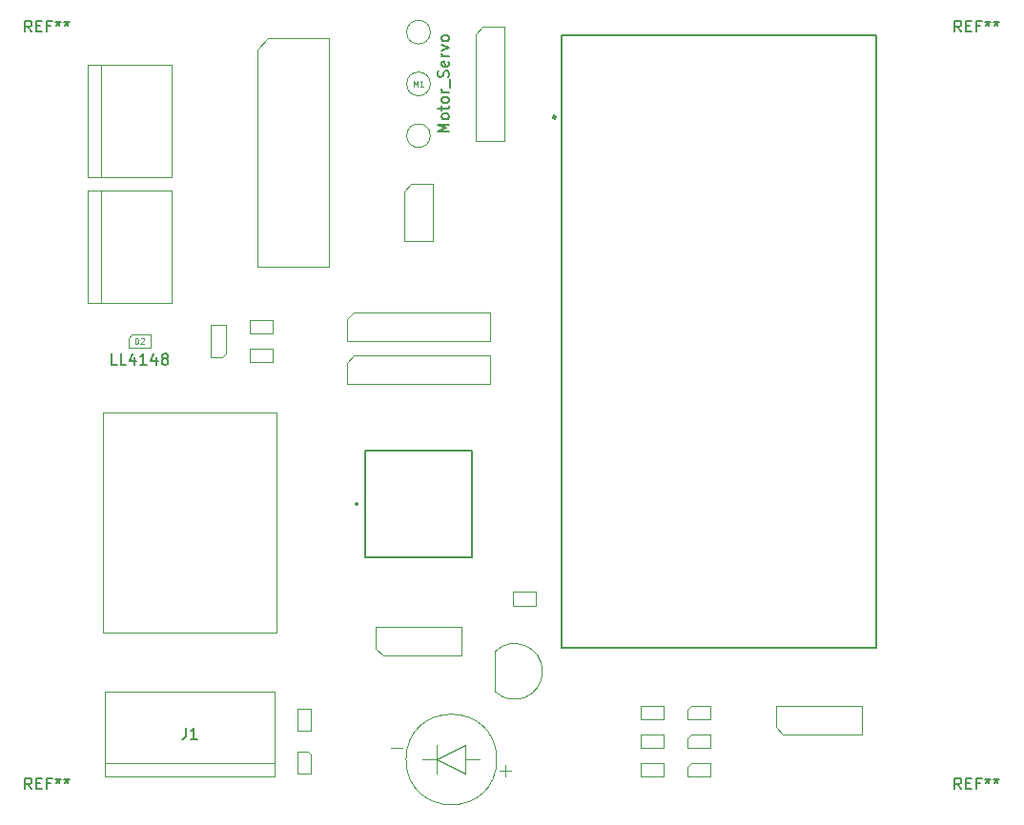
<source format=gbr>
%TF.GenerationSoftware,KiCad,Pcbnew,(6.0.4)*%
%TF.CreationDate,2023-04-26T13:38:40-05:00*%
%TF.ProjectId,Modulo de Practicas uPy,4d6f6475-6c6f-4206-9465-205072616374,rev?*%
%TF.SameCoordinates,Original*%
%TF.FileFunction,AssemblyDrawing,Top*%
%FSLAX46Y46*%
G04 Gerber Fmt 4.6, Leading zero omitted, Abs format (unit mm)*
G04 Created by KiCad (PCBNEW (6.0.4)) date 2023-04-26 13:38:40*
%MOMM*%
%LPD*%
G01*
G04 APERTURE LIST*
%ADD10C,0.150000*%
%ADD11C,0.080000*%
%ADD12C,0.100000*%
%ADD13C,0.280000*%
%ADD14C,0.127000*%
%ADD15C,0.120000*%
%ADD16C,0.200000*%
G04 APERTURE END LIST*
D10*
%TO.C,REF\u002A\u002A*%
X172650518Y-110942380D02*
X172317185Y-110466190D01*
X172079090Y-110942380D02*
X172079090Y-109942380D01*
X172460042Y-109942380D01*
X172555280Y-109990000D01*
X172602899Y-110037619D01*
X172650518Y-110132857D01*
X172650518Y-110275714D01*
X172602899Y-110370952D01*
X172555280Y-110418571D01*
X172460042Y-110466190D01*
X172079090Y-110466190D01*
X173079090Y-110418571D02*
X173412423Y-110418571D01*
X173555280Y-110942380D02*
X173079090Y-110942380D01*
X173079090Y-109942380D01*
X173555280Y-109942380D01*
X174317185Y-110418571D02*
X173983852Y-110418571D01*
X173983852Y-110942380D02*
X173983852Y-109942380D01*
X174460042Y-109942380D01*
X174983852Y-109942380D02*
X174983852Y-110180476D01*
X174745756Y-110085238D02*
X174983852Y-110180476D01*
X175221947Y-110085238D01*
X174840994Y-110370952D02*
X174983852Y-110180476D01*
X175126709Y-110370952D01*
X175745756Y-109942380D02*
X175745756Y-110180476D01*
X175507661Y-110085238D02*
X175745756Y-110180476D01*
X175983852Y-110085238D01*
X175602899Y-110370952D02*
X175745756Y-110180476D01*
X175888613Y-110370952D01*
%TO.C,M1*%
X127162380Y-52521904D02*
X126162380Y-52521904D01*
X126876666Y-52188571D01*
X126162380Y-51855238D01*
X127162380Y-51855238D01*
X127162380Y-51236190D02*
X127114761Y-51331428D01*
X127067142Y-51379047D01*
X126971904Y-51426666D01*
X126686190Y-51426666D01*
X126590952Y-51379047D01*
X126543333Y-51331428D01*
X126495714Y-51236190D01*
X126495714Y-51093333D01*
X126543333Y-50998095D01*
X126590952Y-50950476D01*
X126686190Y-50902857D01*
X126971904Y-50902857D01*
X127067142Y-50950476D01*
X127114761Y-50998095D01*
X127162380Y-51093333D01*
X127162380Y-51236190D01*
X126495714Y-50617142D02*
X126495714Y-50236190D01*
X126162380Y-50474285D02*
X127019523Y-50474285D01*
X127114761Y-50426666D01*
X127162380Y-50331428D01*
X127162380Y-50236190D01*
X127162380Y-49760000D02*
X127114761Y-49855238D01*
X127067142Y-49902857D01*
X126971904Y-49950476D01*
X126686190Y-49950476D01*
X126590952Y-49902857D01*
X126543333Y-49855238D01*
X126495714Y-49760000D01*
X126495714Y-49617142D01*
X126543333Y-49521904D01*
X126590952Y-49474285D01*
X126686190Y-49426666D01*
X126971904Y-49426666D01*
X127067142Y-49474285D01*
X127114761Y-49521904D01*
X127162380Y-49617142D01*
X127162380Y-49760000D01*
X127162380Y-48998095D02*
X126495714Y-48998095D01*
X126686190Y-48998095D02*
X126590952Y-48950476D01*
X126543333Y-48902857D01*
X126495714Y-48807619D01*
X126495714Y-48712380D01*
X127257619Y-48617142D02*
X127257619Y-47855238D01*
X127114761Y-47664761D02*
X127162380Y-47521904D01*
X127162380Y-47283809D01*
X127114761Y-47188571D01*
X127067142Y-47140952D01*
X126971904Y-47093333D01*
X126876666Y-47093333D01*
X126781428Y-47140952D01*
X126733809Y-47188571D01*
X126686190Y-47283809D01*
X126638571Y-47474285D01*
X126590952Y-47569523D01*
X126543333Y-47617142D01*
X126448095Y-47664761D01*
X126352857Y-47664761D01*
X126257619Y-47617142D01*
X126210000Y-47569523D01*
X126162380Y-47474285D01*
X126162380Y-47236190D01*
X126210000Y-47093333D01*
X127114761Y-46283809D02*
X127162380Y-46379047D01*
X127162380Y-46569523D01*
X127114761Y-46664761D01*
X127019523Y-46712380D01*
X126638571Y-46712380D01*
X126543333Y-46664761D01*
X126495714Y-46569523D01*
X126495714Y-46379047D01*
X126543333Y-46283809D01*
X126638571Y-46236190D01*
X126733809Y-46236190D01*
X126829047Y-46712380D01*
X127162380Y-45807619D02*
X126495714Y-45807619D01*
X126686190Y-45807619D02*
X126590952Y-45760000D01*
X126543333Y-45712380D01*
X126495714Y-45617142D01*
X126495714Y-45521904D01*
X126495714Y-45283809D02*
X127162380Y-45045714D01*
X126495714Y-44807619D01*
X127162380Y-44283809D02*
X127114761Y-44379047D01*
X127067142Y-44426666D01*
X126971904Y-44474285D01*
X126686190Y-44474285D01*
X126590952Y-44426666D01*
X126543333Y-44379047D01*
X126495714Y-44283809D01*
X126495714Y-44140952D01*
X126543333Y-44045714D01*
X126590952Y-43998095D01*
X126686190Y-43950476D01*
X126971904Y-43950476D01*
X127067142Y-43998095D01*
X127114761Y-44045714D01*
X127162380Y-44140952D01*
X127162380Y-44283809D01*
D11*
X124039047Y-48495238D02*
X124039047Y-47975238D01*
X124212380Y-48346666D01*
X124385714Y-47975238D01*
X124385714Y-48495238D01*
X124905714Y-48495238D02*
X124608571Y-48495238D01*
X124757142Y-48495238D02*
X124757142Y-47975238D01*
X124707619Y-48049523D01*
X124658095Y-48099047D01*
X124608571Y-48123809D01*
D10*
%TO.C,REF\u002A\u002A*%
X90106666Y-110942380D02*
X89773333Y-110466190D01*
X89535238Y-110942380D02*
X89535238Y-109942380D01*
X89916190Y-109942380D01*
X90011428Y-109990000D01*
X90059047Y-110037619D01*
X90106666Y-110132857D01*
X90106666Y-110275714D01*
X90059047Y-110370952D01*
X90011428Y-110418571D01*
X89916190Y-110466190D01*
X89535238Y-110466190D01*
X90535238Y-110418571D02*
X90868571Y-110418571D01*
X91011428Y-110942380D02*
X90535238Y-110942380D01*
X90535238Y-109942380D01*
X91011428Y-109942380D01*
X91773333Y-110418571D02*
X91440000Y-110418571D01*
X91440000Y-110942380D02*
X91440000Y-109942380D01*
X91916190Y-109942380D01*
X92440000Y-109942380D02*
X92440000Y-110180476D01*
X92201904Y-110085238D02*
X92440000Y-110180476D01*
X92678095Y-110085238D01*
X92297142Y-110370952D02*
X92440000Y-110180476D01*
X92582857Y-110370952D01*
X93201904Y-109942380D02*
X93201904Y-110180476D01*
X92963809Y-110085238D02*
X93201904Y-110180476D01*
X93440000Y-110085238D01*
X93059047Y-110370952D02*
X93201904Y-110180476D01*
X93344761Y-110370952D01*
%TO.C,D2*%
X97695000Y-73222380D02*
X97218809Y-73222380D01*
X97218809Y-72222380D01*
X98504523Y-73222380D02*
X98028333Y-73222380D01*
X98028333Y-72222380D01*
X99266428Y-72555714D02*
X99266428Y-73222380D01*
X99028333Y-72174761D02*
X98790238Y-72889047D01*
X99409285Y-72889047D01*
X100314047Y-73222380D02*
X99742619Y-73222380D01*
X100028333Y-73222380D02*
X100028333Y-72222380D01*
X99933095Y-72365238D01*
X99837857Y-72460476D01*
X99742619Y-72508095D01*
X101171190Y-72555714D02*
X101171190Y-73222380D01*
X100933095Y-72174761D02*
X100695000Y-72889047D01*
X101314047Y-72889047D01*
X101837857Y-72650952D02*
X101742619Y-72603333D01*
X101695000Y-72555714D01*
X101647380Y-72460476D01*
X101647380Y-72412857D01*
X101695000Y-72317619D01*
X101742619Y-72270000D01*
X101837857Y-72222380D01*
X102028333Y-72222380D01*
X102123571Y-72270000D01*
X102171190Y-72317619D01*
X102218809Y-72412857D01*
X102218809Y-72460476D01*
X102171190Y-72555714D01*
X102123571Y-72603333D01*
X102028333Y-72650952D01*
X101837857Y-72650952D01*
X101742619Y-72698571D01*
X101695000Y-72746190D01*
X101647380Y-72841428D01*
X101647380Y-73031904D01*
X101695000Y-73127142D01*
X101742619Y-73174761D01*
X101837857Y-73222380D01*
X102028333Y-73222380D01*
X102123571Y-73174761D01*
X102171190Y-73127142D01*
X102218809Y-73031904D01*
X102218809Y-72841428D01*
X102171190Y-72746190D01*
X102123571Y-72698571D01*
X102028333Y-72650952D01*
D11*
X99325952Y-71346190D02*
X99325952Y-70846190D01*
X99445000Y-70846190D01*
X99516428Y-70870000D01*
X99564047Y-70917619D01*
X99587857Y-70965238D01*
X99611666Y-71060476D01*
X99611666Y-71131904D01*
X99587857Y-71227142D01*
X99564047Y-71274761D01*
X99516428Y-71322380D01*
X99445000Y-71346190D01*
X99325952Y-71346190D01*
X99802142Y-70893809D02*
X99825952Y-70870000D01*
X99873571Y-70846190D01*
X99992619Y-70846190D01*
X100040238Y-70870000D01*
X100064047Y-70893809D01*
X100087857Y-70941428D01*
X100087857Y-70989047D01*
X100064047Y-71060476D01*
X99778333Y-71346190D01*
X100087857Y-71346190D01*
D10*
%TO.C,REF\u002A\u002A*%
X172650518Y-43632380D02*
X172317185Y-43156190D01*
X172079090Y-43632380D02*
X172079090Y-42632380D01*
X172460042Y-42632380D01*
X172555280Y-42680000D01*
X172602899Y-42727619D01*
X172650518Y-42822857D01*
X172650518Y-42965714D01*
X172602899Y-43060952D01*
X172555280Y-43108571D01*
X172460042Y-43156190D01*
X172079090Y-43156190D01*
X173079090Y-43108571D02*
X173412423Y-43108571D01*
X173555280Y-43632380D02*
X173079090Y-43632380D01*
X173079090Y-42632380D01*
X173555280Y-42632380D01*
X174317185Y-43108571D02*
X173983852Y-43108571D01*
X173983852Y-43632380D02*
X173983852Y-42632380D01*
X174460042Y-42632380D01*
X174983852Y-42632380D02*
X174983852Y-42870476D01*
X174745756Y-42775238D02*
X174983852Y-42870476D01*
X175221947Y-42775238D01*
X174840994Y-43060952D02*
X174983852Y-42870476D01*
X175126709Y-43060952D01*
X175745756Y-42632380D02*
X175745756Y-42870476D01*
X175507661Y-42775238D02*
X175745756Y-42870476D01*
X175983852Y-42775238D01*
X175602899Y-43060952D02*
X175745756Y-42870476D01*
X175888613Y-43060952D01*
%TO.C,J1*%
X103806666Y-105497380D02*
X103806666Y-106211666D01*
X103759047Y-106354523D01*
X103663809Y-106449761D01*
X103520952Y-106497380D01*
X103425714Y-106497380D01*
X104806666Y-106497380D02*
X104235238Y-106497380D01*
X104520952Y-106497380D02*
X104520952Y-105497380D01*
X104425714Y-105640238D01*
X104330476Y-105735476D01*
X104235238Y-105783095D01*
%TO.C,REF\u002A\u002A*%
X90106666Y-43632380D02*
X89773333Y-43156190D01*
X89535238Y-43632380D02*
X89535238Y-42632380D01*
X89916190Y-42632380D01*
X90011428Y-42680000D01*
X90059047Y-42727619D01*
X90106666Y-42822857D01*
X90106666Y-42965714D01*
X90059047Y-43060952D01*
X90011428Y-43108571D01*
X89916190Y-43156190D01*
X89535238Y-43156190D01*
X90535238Y-43108571D02*
X90868571Y-43108571D01*
X91011428Y-43632380D02*
X90535238Y-43632380D01*
X90535238Y-42632380D01*
X91011428Y-42632380D01*
X91773333Y-43108571D02*
X91440000Y-43108571D01*
X91440000Y-43632380D02*
X91440000Y-42632380D01*
X91916190Y-42632380D01*
X92440000Y-42632380D02*
X92440000Y-42870476D01*
X92201904Y-42775238D02*
X92440000Y-42870476D01*
X92678095Y-42775238D01*
X92297142Y-43060952D02*
X92440000Y-42870476D01*
X92582857Y-43060952D01*
X93201904Y-42632380D02*
X93201904Y-42870476D01*
X92963809Y-42775238D02*
X93201904Y-42870476D01*
X93440000Y-42775238D01*
X93059047Y-43060952D02*
X93201904Y-42870476D01*
X93344761Y-43060952D01*
D12*
%TO.C,J8*%
X125730000Y-62230000D02*
X123190000Y-62230000D01*
X125730000Y-57150000D02*
X125730000Y-62230000D01*
X123190000Y-57785000D02*
X123825000Y-57150000D01*
X123825000Y-57150000D02*
X125730000Y-57150000D01*
X123190000Y-62230000D02*
X123190000Y-57785000D01*
%TO.C,J2*%
X96256000Y-46612000D02*
X96256000Y-56512000D01*
X95056000Y-56562000D02*
X102556000Y-56562000D01*
X102556000Y-46562000D02*
X95056000Y-46562000D01*
X95056000Y-46562000D02*
X95056000Y-56562000D01*
X102556000Y-56562000D02*
X102556000Y-46562000D01*
%TO.C,Q1*%
X131240000Y-98712400D02*
X131240000Y-102212400D01*
X131236375Y-102236025D02*
G75*
G03*
X135470000Y-100482400I1753625J1753625D01*
G01*
X135470000Y-100482400D02*
G75*
G03*
X131236375Y-98728775I-2480000J0D01*
G01*
%TO.C,U2*%
X128285000Y-96520000D02*
X128285000Y-99060000D01*
X120665000Y-96520000D02*
X128285000Y-96520000D01*
X121300000Y-99060000D02*
X120665000Y-98425000D01*
X128285000Y-99060000D02*
X121300000Y-99060000D01*
X120665000Y-98425000D02*
X120665000Y-96520000D01*
%TO.C,M1*%
X125510000Y-52860000D02*
G75*
G03*
X125510000Y-52860000I-1050000J0D01*
G01*
X125510000Y-43660000D02*
G75*
G03*
X125510000Y-43660000I-1050000J0D01*
G01*
X125510000Y-48260000D02*
G75*
G03*
X125510000Y-48260000I-1050000J0D01*
G01*
%TO.C,U3*%
X116469000Y-64531000D02*
X110119000Y-64531000D01*
X111119000Y-44211000D02*
X116469000Y-44211000D01*
X110119000Y-64531000D02*
X110119000Y-45211000D01*
X110119000Y-45211000D02*
X111119000Y-44211000D01*
X116469000Y-44211000D02*
X116469000Y-64531000D01*
%TO.C,R5*%
X146225000Y-104765000D02*
X144225000Y-104765000D01*
X146225000Y-103515000D02*
X146225000Y-104765000D01*
X144225000Y-103515000D02*
X146225000Y-103515000D01*
X144225000Y-104765000D02*
X144225000Y-103515000D01*
%TO.C,D6*%
X150352000Y-108620000D02*
X148652000Y-108620000D01*
X148352000Y-109820000D02*
X150352000Y-109820000D01*
X150352000Y-109820000D02*
X150352000Y-108620000D01*
X148652000Y-108620000D02*
X148352000Y-108920000D01*
X148352000Y-108920000D02*
X148352000Y-109820000D01*
%TO.C,Q2*%
X106030000Y-72570000D02*
X106030000Y-69670000D01*
X107330000Y-72245000D02*
X107005000Y-72570000D01*
X106030000Y-69670000D02*
X107330000Y-69670000D01*
X107005000Y-72570000D02*
X106030000Y-72570000D01*
X107330000Y-69670000D02*
X107330000Y-72245000D01*
D13*
%TO.C,U1*%
X136670000Y-51220000D02*
G75*
G03*
X136670000Y-51220000I-140000J0D01*
G01*
X136670000Y-51220000D02*
G75*
G03*
X136670000Y-51220000I-140000J0D01*
G01*
D14*
X137180000Y-43970000D02*
X165080000Y-43970000D01*
X165080000Y-98370000D02*
X137180000Y-98370000D01*
X165080000Y-43970000D02*
X165080000Y-98370000D01*
X137180000Y-98370000D02*
X137180000Y-43970000D01*
D12*
%TO.C,D2*%
X98995000Y-70520000D02*
X98695000Y-70820000D01*
X98695000Y-71720000D02*
X100695000Y-71720000D01*
X100695000Y-70520000D02*
X98995000Y-70520000D01*
X100695000Y-71720000D02*
X100695000Y-70520000D01*
X98695000Y-70820000D02*
X98695000Y-71720000D01*
%TO.C,R3*%
X111490000Y-73015000D02*
X109490000Y-73015000D01*
X109490000Y-73015000D02*
X109490000Y-71765000D01*
X111490000Y-71765000D02*
X111490000Y-73015000D01*
X109490000Y-71765000D02*
X111490000Y-71765000D01*
%TO.C,J7*%
X132080000Y-53350000D02*
X129540000Y-53350000D01*
X129540000Y-53350000D02*
X129540000Y-43825000D01*
X129540000Y-43825000D02*
X130175000Y-43190000D01*
X130175000Y-43190000D02*
X132080000Y-43190000D01*
X132080000Y-43190000D02*
X132080000Y-53350000D01*
%TO.C,D1*%
X131699000Y-109321600D02*
X132715000Y-109321600D01*
X128651000Y-108305600D02*
X129921000Y-108305600D01*
X126111000Y-107035600D02*
X126111000Y-109575600D01*
X126111000Y-108305600D02*
X128651000Y-107035600D01*
X128651000Y-109575600D02*
X128651000Y-108305600D01*
X124841000Y-108305600D02*
X126111000Y-108305600D01*
X132207000Y-109829600D02*
X132207000Y-108813600D01*
X122047000Y-107289600D02*
X123063000Y-107289600D01*
X128651000Y-107035600D02*
X128651000Y-109575600D01*
X126111000Y-108305600D02*
X128651000Y-109575600D01*
X131406000Y-108305600D02*
G75*
G03*
X131406000Y-108305600I-4025000J0D01*
G01*
%TO.C,R7*%
X146225000Y-109845000D02*
X144225000Y-109845000D01*
X144225000Y-109845000D02*
X144225000Y-108595000D01*
X146225000Y-108595000D02*
X146225000Y-109845000D01*
X144225000Y-108595000D02*
X146225000Y-108595000D01*
%TO.C,R6*%
X146225000Y-107305000D02*
X144225000Y-107305000D01*
X144225000Y-106055000D02*
X146225000Y-106055000D01*
X146225000Y-106055000D02*
X146225000Y-107305000D01*
X144225000Y-107305000D02*
X144225000Y-106055000D01*
%TO.C,J3*%
X95056000Y-57738000D02*
X95056000Y-67738000D01*
X95056000Y-67738000D02*
X102556000Y-67738000D01*
X96256000Y-57788000D02*
X96256000Y-67688000D01*
X102556000Y-67738000D02*
X102556000Y-57738000D01*
X102556000Y-57738000D02*
X95056000Y-57738000D01*
%TO.C,D4*%
X150352000Y-104740000D02*
X150352000Y-103540000D01*
X150352000Y-103540000D02*
X148652000Y-103540000D01*
X148352000Y-103840000D02*
X148352000Y-104740000D01*
X148652000Y-103540000D02*
X148352000Y-103840000D01*
X148352000Y-104740000D02*
X150352000Y-104740000D01*
%TO.C,D3*%
X114900000Y-107885000D02*
X114600000Y-107585000D01*
X113700000Y-107585000D02*
X113700000Y-109585000D01*
X113700000Y-109585000D02*
X114900000Y-109585000D01*
X114600000Y-107585000D02*
X113700000Y-107585000D01*
X114900000Y-109585000D02*
X114900000Y-107885000D01*
%TO.C,D5*%
X148352000Y-107280000D02*
X150352000Y-107280000D01*
X148652000Y-106080000D02*
X148352000Y-106380000D01*
X150352000Y-106080000D02*
X148652000Y-106080000D01*
X150352000Y-107280000D02*
X150352000Y-106080000D01*
X148352000Y-106380000D02*
X148352000Y-107280000D01*
D15*
%TO.C,K1*%
X96440000Y-77440000D02*
X111840000Y-77440000D01*
X111840000Y-97040000D02*
X96440000Y-97040000D01*
X96440000Y-97040000D02*
X96440000Y-77440000D01*
X111840000Y-77440000D02*
X111840000Y-97040000D01*
D14*
%TO.C,RV1*%
X119695000Y-80818000D02*
X129225000Y-80818000D01*
X129225000Y-80818000D02*
X129225000Y-90348000D01*
X129225000Y-90348000D02*
X119695000Y-90348000D01*
X119695000Y-90348000D02*
X119695000Y-80818000D01*
D16*
X119060000Y-85598000D02*
G75*
G03*
X119060000Y-85598000I-100000J0D01*
G01*
D12*
%TO.C,R4*%
X111490000Y-70475000D02*
X109490000Y-70475000D01*
X109490000Y-69225000D02*
X111490000Y-69225000D01*
X109490000Y-70475000D02*
X109490000Y-69225000D01*
X111490000Y-69225000D02*
X111490000Y-70475000D01*
%TO.C,J5*%
X118110000Y-69190000D02*
X118745000Y-68555000D01*
X118745000Y-68555000D02*
X130810000Y-68555000D01*
X118110000Y-71095000D02*
X118110000Y-69190000D01*
X130810000Y-68555000D02*
X130810000Y-71095000D01*
X130810000Y-71095000D02*
X118110000Y-71095000D01*
%TO.C,J1*%
X111690000Y-102295000D02*
X111690000Y-109795000D01*
X96590000Y-108595000D02*
X111690000Y-108595000D01*
X111690000Y-109795000D02*
X96590000Y-109795000D01*
X96590000Y-102295000D02*
X111690000Y-102295000D01*
X96590000Y-109795000D02*
X96590000Y-102295000D01*
%TO.C,R2*%
X113675000Y-105775000D02*
X113675000Y-103775000D01*
X114925000Y-103775000D02*
X114925000Y-105775000D01*
X114925000Y-105775000D02*
X113675000Y-105775000D01*
X113675000Y-103775000D02*
X114925000Y-103775000D01*
%TO.C,J6*%
X163830000Y-103505000D02*
X163830000Y-106045000D01*
X156210000Y-105410000D02*
X156210000Y-103505000D01*
X156845000Y-106045000D02*
X156210000Y-105410000D01*
X156210000Y-103505000D02*
X163830000Y-103505000D01*
X163830000Y-106045000D02*
X156845000Y-106045000D01*
%TO.C,J4*%
X118110000Y-73025000D02*
X118745000Y-72390000D01*
X118110000Y-74930000D02*
X118110000Y-73025000D01*
X118745000Y-72390000D02*
X130810000Y-72390000D01*
X130810000Y-74930000D02*
X118110000Y-74930000D01*
X130810000Y-72390000D02*
X130810000Y-74930000D01*
%TO.C,R1*%
X134883400Y-93380400D02*
X134883400Y-94630400D01*
X134883400Y-94630400D02*
X132883400Y-94630400D01*
X132883400Y-94630400D02*
X132883400Y-93380400D01*
X132883400Y-93380400D02*
X134883400Y-93380400D01*
%TD*%
M02*

</source>
